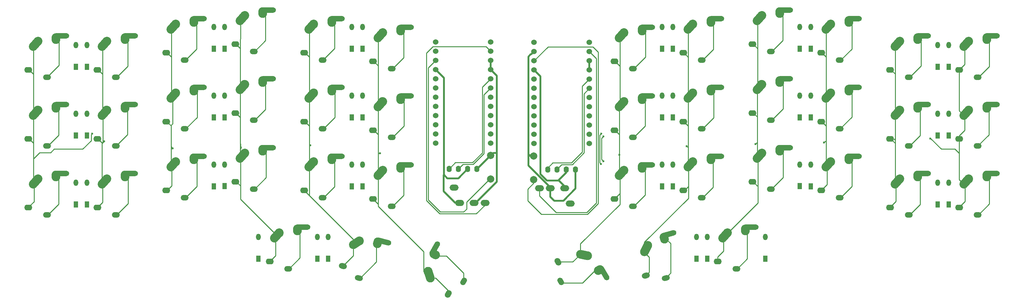
<source format=gbr>
%TF.GenerationSoftware,KiCad,Pcbnew,8.0.3*%
%TF.CreationDate,2024-08-02T01:13:42+01:00*%
%TF.ProjectId,corne-light,636f726e-652d-46c6-9967-68742e6b6963,2.0*%
%TF.SameCoordinates,Original*%
%TF.FileFunction,Copper,L1,Top*%
%TF.FilePolarity,Positive*%
%FSLAX46Y46*%
G04 Gerber Fmt 4.6, Leading zero omitted, Abs format (unit mm)*
G04 Created by KiCad (PCBNEW 8.0.3) date 2024-08-02 01:13:42*
%MOMM*%
%LPD*%
G01*
G04 APERTURE LIST*
G04 Aperture macros list*
%AMHorizOval*
0 Thick line with rounded ends*
0 $1 width*
0 $2 $3 position (X,Y) of the first rounded end (center of the circle)*
0 $4 $5 position (X,Y) of the second rounded end (center of the circle)*
0 Add line between two ends*
20,1,$1,$2,$3,$4,$5,0*
0 Add two circle primitives to create the rounded ends*
1,1,$1,$2,$3*
1,1,$1,$4,$5*%
G04 Aperture macros list end*
%TA.AperFunction,ComponentPad*%
%ADD10O,1.300000X1.778000*%
%TD*%
%TA.AperFunction,ComponentPad*%
%ADD11R,1.300000X1.778000*%
%TD*%
%TA.AperFunction,ComponentPad*%
%ADD12O,1.397000X1.778000*%
%TD*%
%TA.AperFunction,ComponentPad*%
%ADD13O,2.500000X1.700000*%
%TD*%
%TA.AperFunction,ComponentPad*%
%ADD14C,2.000000*%
%TD*%
%TA.AperFunction,ComponentPad*%
%ADD15HorizOval,2.400000X-0.978148X0.207912X0.978148X-0.207912X0*%
%TD*%
%TA.AperFunction,ComponentPad*%
%ADD16HorizOval,2.400000X-0.238157X-0.137500X0.238157X0.137500X0*%
%TD*%
%TA.AperFunction,ComponentPad*%
%ADD17C,2.400000*%
%TD*%
%TA.AperFunction,ComponentPad*%
%ADD18HorizOval,1.500000X0.735931X-1.249362X-0.735931X1.249362X0*%
%TD*%
%TA.AperFunction,ComponentPad*%
%ADD19HorizOval,1.600000X0.150000X-0.259808X-0.150000X0.259808X0*%
%TD*%
%TA.AperFunction,ComponentPad*%
%ADD20HorizOval,1.500000X0.175000X-0.303109X-0.175000X0.303109X0*%
%TD*%
%TA.AperFunction,ComponentPad*%
%ADD21HorizOval,2.400000X-0.309017X0.951057X0.309017X-0.951057X0*%
%TD*%
%TA.AperFunction,ComponentPad*%
%ADD22HorizOval,2.400000X-0.238157X0.137500X0.238157X-0.137500X0*%
%TD*%
%TA.AperFunction,ComponentPad*%
%ADD23HorizOval,1.500000X0.714014X1.262016X-0.714014X-1.262016X0*%
%TD*%
%TA.AperFunction,ComponentPad*%
%ADD24HorizOval,1.600000X0.150000X0.259808X-0.150000X-0.259808X0*%
%TD*%
%TA.AperFunction,ComponentPad*%
%ADD25HorizOval,1.500000X0.175000X0.303109X-0.175000X-0.303109X0*%
%TD*%
%TA.AperFunction,ComponentPad*%
%ADD26HorizOval,2.400000X-0.669131X-0.743145X0.669131X0.743145X0*%
%TD*%
%TA.AperFunction,ComponentPad*%
%ADD27O,2.400000X2.950000*%
%TD*%
%TA.AperFunction,ComponentPad*%
%ADD28HorizOval,1.500000X1.449945X0.012653X-1.449945X-0.012653X0*%
%TD*%
%TA.AperFunction,ComponentPad*%
%ADD29O,2.200000X1.600000*%
%TD*%
%TA.AperFunction,ComponentPad*%
%ADD30O,2.200000X1.500000*%
%TD*%
%TA.AperFunction,ComponentPad*%
%ADD31HorizOval,2.400000X-0.453990X-0.891007X0.453990X0.891007X0*%
%TD*%
%TA.AperFunction,ComponentPad*%
%ADD32HorizOval,2.400000X-0.071175X0.265630X0.071175X-0.265630X0*%
%TD*%
%TA.AperFunction,ComponentPad*%
%ADD33HorizOval,1.500000X1.397264X0.387496X-1.397264X-0.387496X0*%
%TD*%
%TA.AperFunction,ComponentPad*%
%ADD34HorizOval,1.600000X0.289778X0.077646X-0.289778X-0.077646X0*%
%TD*%
%TA.AperFunction,ComponentPad*%
%ADD35HorizOval,1.500000X0.338074X0.090587X-0.338074X-0.090587X0*%
%TD*%
%TA.AperFunction,ComponentPad*%
%ADD36HorizOval,2.400000X-0.838671X-0.544639X0.838671X0.544639X0*%
%TD*%
%TA.AperFunction,ComponentPad*%
%ADD37HorizOval,2.400000X-0.071175X-0.265630X0.071175X0.265630X0*%
%TD*%
%TA.AperFunction,ComponentPad*%
%ADD38HorizOval,1.500000X1.403814X-0.363051X-1.403814X0.363051X0*%
%TD*%
%TA.AperFunction,ComponentPad*%
%ADD39HorizOval,1.600000X0.289778X-0.077646X-0.289778X0.077646X0*%
%TD*%
%TA.AperFunction,ComponentPad*%
%ADD40HorizOval,1.500000X0.338074X-0.090587X-0.338074X0.090587X0*%
%TD*%
%TA.AperFunction,ComponentPad*%
%ADD41C,1.524000*%
%TD*%
%TA.AperFunction,ViaPad*%
%ADD42C,0.600000*%
%TD*%
%TA.AperFunction,Conductor*%
%ADD43C,0.254000*%
%TD*%
%TA.AperFunction,Conductor*%
%ADD44C,0.250000*%
%TD*%
%TA.AperFunction,Conductor*%
%ADD45C,0.508000*%
%TD*%
%TA.AperFunction,Conductor*%
%ADD46C,0.500000*%
%TD*%
G04 APERTURE END LIST*
D10*
%TO.P,D13,2*%
%TO.N,Net-(D13-Pad2)*%
X-44652000Y10768625D03*
D11*
%TO.P,D13,1*%
%TO.N,row2*%
X-44652000Y4768625D03*
%TD*%
D10*
%TO.P,D14,2*%
%TO.N,Net-(D14-Pad2)*%
X-41652000Y10765500D03*
D11*
%TO.P,D14,1*%
%TO.N,row2*%
X-41652000Y4765500D03*
%TD*%
D10*
%TO.P,D34,2*%
%TO.N,Net-(D34-Pad2)*%
X195845347Y10765068D03*
D11*
%TO.P,D34,1*%
%TO.N,row2_r*%
X195845347Y4765068D03*
%TD*%
D10*
%TO.P,D12,2*%
%TO.N,Net-(D12-Pad2)*%
X34348000Y34765500D03*
D11*
%TO.P,D12,1*%
%TO.N,row1*%
X34348000Y28765500D03*
%TD*%
D10*
%TO.P,D33,2*%
%TO.N,Net-(D33-Pad2)*%
X116845347Y34765068D03*
D11*
%TO.P,D33,1*%
%TO.N,row1_r*%
X116845347Y28765068D03*
%TD*%
D10*
%TO.P,D32,2*%
%TO.N,Net-(D32-Pad2)*%
X119845347Y34765068D03*
D11*
%TO.P,D32,1*%
%TO.N,row1_r*%
X119845347Y28765068D03*
%TD*%
D10*
%TO.P,D31,2*%
%TO.N,Net-(D31-Pad2)*%
X154845347Y34770068D03*
D11*
%TO.P,D31,1*%
%TO.N,row1_r*%
X154845347Y28770068D03*
%TD*%
D10*
%TO.P,D30,2*%
%TO.N,Net-(D30-Pad2)*%
X157845347Y34765068D03*
D11*
%TO.P,D30,1*%
%TO.N,row1_r*%
X157845347Y28765068D03*
%TD*%
D10*
%TO.P,D29,2*%
%TO.N,Net-(D29-Pad2)*%
X192845347Y29765068D03*
D11*
%TO.P,D29,1*%
%TO.N,row1_r*%
X192845347Y23765068D03*
%TD*%
D10*
%TO.P,D28,2*%
%TO.N,Net-(D28-Pad2)*%
X195845347Y29765068D03*
D11*
%TO.P,D28,1*%
%TO.N,row1_r*%
X195845347Y23765068D03*
%TD*%
D10*
%TO.P,D27,2*%
%TO.N,Net-(D27-Pad2)*%
X116845347Y53765068D03*
D11*
%TO.P,D27,1*%
%TO.N,row0_r*%
X116845347Y47765068D03*
%TD*%
D10*
%TO.P,D26,2*%
%TO.N,Net-(D26-Pad2)*%
X119845347Y53765068D03*
D11*
%TO.P,D26,1*%
%TO.N,row0_r*%
X119845347Y47765068D03*
%TD*%
D10*
%TO.P,D25,2*%
%TO.N,Net-(D25-Pad2)*%
X154845347Y53770068D03*
D11*
%TO.P,D25,1*%
%TO.N,row0_r*%
X154845347Y47770068D03*
%TD*%
D10*
%TO.P,D24,2*%
%TO.N,Net-(D24-Pad2)*%
X157845347Y53765068D03*
D11*
%TO.P,D24,1*%
%TO.N,row0_r*%
X157845347Y47765068D03*
%TD*%
D10*
%TO.P,D23,2*%
%TO.N,Net-(D23-Pad2)*%
X192845347Y48765068D03*
D11*
%TO.P,D23,1*%
%TO.N,row0_r*%
X192845347Y42765068D03*
%TD*%
D10*
%TO.P,D22,2*%
%TO.N,Net-(D22-Pad2)*%
X195845347Y48765068D03*
D11*
%TO.P,D22,1*%
%TO.N,row0_r*%
X195845347Y42765068D03*
%TD*%
D10*
%TO.P,D42,2*%
%TO.N,Net-(D42-Pad2)*%
X126355347Y-4229932D03*
D11*
%TO.P,D42,1*%
%TO.N,row3_r*%
X126355347Y-10229932D03*
%TD*%
D10*
%TO.P,D41,2*%
%TO.N,Net-(D41-Pad2)*%
X129355347Y-4229932D03*
D11*
%TO.P,D41,1*%
%TO.N,row3_r*%
X129355347Y-10229932D03*
%TD*%
D10*
%TO.P,D40,2*%
%TO.N,Net-(D40-Pad2)*%
X145345347Y-4244932D03*
D11*
%TO.P,D40,1*%
%TO.N,row3_r*%
X145345347Y-10244932D03*
%TD*%
D10*
%TO.P,D39,2*%
%TO.N,Net-(D39-Pad2)*%
X116845347Y15765068D03*
D11*
%TO.P,D39,1*%
%TO.N,row2_r*%
X116845347Y9765068D03*
%TD*%
D10*
%TO.P,D38,2*%
%TO.N,Net-(D38-Pad2)*%
X119845347Y15765068D03*
D11*
%TO.P,D38,1*%
%TO.N,row2_r*%
X119845347Y9765068D03*
%TD*%
D10*
%TO.P,D37,2*%
%TO.N,Net-(D37-Pad2)*%
X154845347Y15770068D03*
D11*
%TO.P,D37,1*%
%TO.N,row2_r*%
X154845347Y9770068D03*
%TD*%
D10*
%TO.P,D36,2*%
%TO.N,Net-(D36-Pad2)*%
X157845347Y15765068D03*
D11*
%TO.P,D36,1*%
%TO.N,row2_r*%
X157845347Y9765068D03*
%TD*%
D10*
%TO.P,D35,2*%
%TO.N,Net-(D35-Pad2)*%
X192845347Y10765068D03*
D11*
%TO.P,D35,1*%
%TO.N,row2_r*%
X192845347Y4765068D03*
%TD*%
D10*
%TO.P,D1,2*%
%TO.N,Net-(D1-Pad2)*%
X-44652000Y48768625D03*
D11*
%TO.P,D1,1*%
%TO.N,row0*%
X-44652000Y42768625D03*
%TD*%
D10*
%TO.P,D2,2*%
%TO.N,Net-(D2-Pad2)*%
X-41652000Y48765500D03*
D11*
%TO.P,D2,1*%
%TO.N,row0*%
X-41652000Y42765500D03*
%TD*%
D10*
%TO.P,D3,2*%
%TO.N,Net-(D3-Pad2)*%
X-6652000Y53765500D03*
D11*
%TO.P,D3,1*%
%TO.N,row0*%
X-6652000Y47765500D03*
%TD*%
D10*
%TO.P,D4,2*%
%TO.N,Net-(D4-Pad2)*%
X-3652000Y53770500D03*
D11*
%TO.P,D4,1*%
%TO.N,row0*%
X-3652000Y47770500D03*
%TD*%
D10*
%TO.P,D5,2*%
%TO.N,Net-(D5-Pad2)*%
X31348000Y53765500D03*
D11*
%TO.P,D5,1*%
%TO.N,row0*%
X31348000Y47765500D03*
%TD*%
D10*
%TO.P,D6,2*%
%TO.N,Net-(D6-Pad2)*%
X34348000Y53765500D03*
D11*
%TO.P,D6,1*%
%TO.N,row0*%
X34348000Y47765500D03*
%TD*%
D10*
%TO.P,D7,2*%
%TO.N,Net-(D7-Pad2)*%
X-44652000Y29768625D03*
D11*
%TO.P,D7,1*%
%TO.N,row1*%
X-44652000Y23768625D03*
%TD*%
D10*
%TO.P,D8,2*%
%TO.N,Net-(D8-Pad2)*%
X-41652000Y29765500D03*
D11*
%TO.P,D8,1*%
%TO.N,row1*%
X-41652000Y23765500D03*
%TD*%
D10*
%TO.P,D9,2*%
%TO.N,Net-(D9-Pad2)*%
X-6652000Y34765500D03*
D11*
%TO.P,D9,1*%
%TO.N,row1*%
X-6652000Y28765500D03*
%TD*%
D10*
%TO.P,D10,2*%
%TO.N,Net-(D10-Pad2)*%
X-3652000Y34770500D03*
D11*
%TO.P,D10,1*%
%TO.N,row1*%
X-3652000Y28770500D03*
%TD*%
D10*
%TO.P,D11,2*%
%TO.N,Net-(D11-Pad2)*%
X31348000Y34765500D03*
D11*
%TO.P,D11,1*%
%TO.N,row1*%
X31348000Y28765500D03*
%TD*%
D10*
%TO.P,D15,2*%
%TO.N,Net-(D15-Pad2)*%
X-6652000Y15765500D03*
D11*
%TO.P,D15,1*%
%TO.N,row2*%
X-6652000Y9765500D03*
%TD*%
D10*
%TO.P,D16,2*%
%TO.N,Net-(D16-Pad2)*%
X-3652000Y15770500D03*
D11*
%TO.P,D16,1*%
%TO.N,row2*%
X-3652000Y9770500D03*
%TD*%
D10*
%TO.P,D17,2*%
%TO.N,Net-(D17-Pad2)*%
X31348000Y15765500D03*
D11*
%TO.P,D17,1*%
%TO.N,row2*%
X31348000Y9765500D03*
%TD*%
D10*
%TO.P,D18,2*%
%TO.N,Net-(D18-Pad2)*%
X34348000Y15765500D03*
D11*
%TO.P,D18,1*%
%TO.N,row2*%
X34348000Y9765500D03*
%TD*%
D10*
%TO.P,D19,2*%
%TO.N,Net-(D19-Pad2)*%
X5668000Y-4224500D03*
D11*
%TO.P,D19,1*%
%TO.N,row3*%
X5668000Y-10224500D03*
%TD*%
D10*
%TO.P,D20,2*%
%TO.N,Net-(D20-Pad2)*%
X21848000Y-4219500D03*
D11*
%TO.P,D20,1*%
%TO.N,row3*%
X21848000Y-10219500D03*
%TD*%
D10*
%TO.P,D21,2*%
%TO.N,Net-(D21-Pad2)*%
X24848000Y-4219500D03*
D11*
%TO.P,D21,1*%
%TO.N,row3*%
X24848000Y-10219500D03*
%TD*%
D12*
%TO.P,J7,4*%
%TO.N,GNDA*%
X93038000Y14375500D03*
%TO.P,J7,3*%
%TO.N,VDD*%
X90498000Y14375500D03*
%TO.P,J7,2*%
%TO.N,SCL_r*%
X87958000Y14375500D03*
%TO.P,J7,1*%
%TO.N,SDA_r*%
X85418000Y14375500D03*
%TD*%
%TO.P,J2,4*%
%TO.N,GND*%
X65809000Y14517500D03*
%TO.P,J2,3*%
%TO.N,VCC*%
X63269000Y14517500D03*
%TO.P,J2,2*%
%TO.N,SCL*%
X60729000Y14517500D03*
%TO.P,J2,1*%
%TO.N,SDA*%
X58189000Y14517500D03*
%TD*%
D13*
%TO.P,J6,A*%
%TO.N,Net-(J6-PadA)*%
X91568347Y5020068D03*
%TO.P,J6,D*%
%TO.N,VDD*%
X90068347Y9220068D03*
%TO.P,J6,C*%
%TO.N,GNDA*%
X86068347Y9220068D03*
%TO.P,J6,B*%
%TO.N,data_r*%
X83068347Y9220068D03*
%TD*%
%TO.P,J1,A*%
%TO.N,Net-(J1-PadA)*%
X59575000Y9353500D03*
%TO.P,J1,D*%
%TO.N,VCC*%
X61075000Y5153500D03*
%TO.P,J1,C*%
%TO.N,GND*%
X65075000Y5153500D03*
%TO.P,J1,B*%
%TO.N,data*%
X68075000Y5153500D03*
%TD*%
D14*
%TO.P,RSW2,2*%
%TO.N,GNDA*%
X81535347Y18118068D03*
%TO.P,RSW2,1*%
%TO.N,reset_r*%
X81535347Y11618068D03*
%TD*%
%TO.P,RSW1,2*%
%TO.N,GND*%
X69665000Y18264500D03*
%TO.P,RSW1,1*%
%TO.N,reset*%
X69665000Y11764500D03*
%TD*%
D15*
%TO.P,SW42,1*%
%TO.N,col5_r*%
X95381860Y-9251947D03*
D16*
%TO.P,SW42,2*%
%TO.N,Net-(D42-Pad2)*%
X99502269Y-13374996D03*
D17*
%TO.P,SW42,1*%
%TO.N,col5_r*%
X96309449Y-9444868D03*
D18*
%TO.P,SW42,2*%
%TO.N,Net-(D42-Pad2)*%
X100843496Y-14217267D03*
D19*
%TO.P,SW42,1*%
%TO.N,col5_r*%
X88167848Y-11143202D03*
D20*
%TO.P,SW42,2*%
%TO.N,Net-(D42-Pad2)*%
X88985797Y-16559932D03*
%TD*%
D21*
%TO.P,SW21,1*%
%TO.N,col5*%
X52680618Y-14674340D03*
D22*
%TO.P,SW21,2*%
%TO.N,Net-(D21-Pad2)*%
X54191078Y-9044436D03*
D17*
%TO.P,SW21,1*%
%TO.N,col5*%
X52383898Y-13774564D03*
D23*
%TO.P,SW21,2*%
%TO.N,Net-(D21-Pad2)*%
X54249893Y-7461764D03*
D24*
%TO.P,SW21,1*%
%TO.N,col5*%
X57925499Y-19976230D03*
D25*
%TO.P,SW21,2*%
%TO.N,Net-(D21-Pad2)*%
X62207550Y-16559500D03*
%TD*%
D26*
%TO.P,SW18,1*%
%TO.N,col5*%
X39217131Y13433645D03*
D27*
%TO.P,SW18,2*%
%TO.N,Net-(D18-Pad2)*%
X44848000Y14940500D03*
D17*
%TO.P,SW18,1*%
%TO.N,col5*%
X39848000Y14140500D03*
D28*
%TO.P,SW18,2*%
%TO.N,Net-(D18-Pad2)*%
X46248042Y15680901D03*
D29*
%TO.P,SW18,1*%
%TO.N,col5*%
X37248000Y6240500D03*
D30*
%TO.P,SW18,2*%
%TO.N,Net-(D18-Pad2)*%
X42348000Y4240500D03*
%TD*%
D26*
%TO.P,SW32,1*%
%TO.N,col4_r*%
X124714478Y34808213D03*
D27*
%TO.P,SW32,2*%
%TO.N,Net-(D32-Pad2)*%
X130345347Y36315068D03*
D17*
%TO.P,SW32,1*%
%TO.N,col4_r*%
X125345347Y35515068D03*
D28*
%TO.P,SW32,2*%
%TO.N,Net-(D32-Pad2)*%
X131745389Y37055469D03*
D29*
%TO.P,SW32,1*%
%TO.N,col4_r*%
X122745347Y27615068D03*
D30*
%TO.P,SW32,2*%
%TO.N,Net-(D32-Pad2)*%
X127845347Y25615068D03*
%TD*%
D26*
%TO.P,SW11,1*%
%TO.N,col4*%
X20217131Y34808645D03*
D27*
%TO.P,SW11,2*%
%TO.N,Net-(D11-Pad2)*%
X25848000Y36315500D03*
D17*
%TO.P,SW11,1*%
%TO.N,col4*%
X20848000Y35515500D03*
D28*
%TO.P,SW11,2*%
%TO.N,Net-(D11-Pad2)*%
X27248042Y37055901D03*
D29*
%TO.P,SW11,1*%
%TO.N,col4*%
X18248000Y27615500D03*
D30*
%TO.P,SW11,2*%
%TO.N,Net-(D11-Pad2)*%
X23348000Y25615500D03*
%TD*%
D26*
%TO.P,SW33,1*%
%TO.N,col5_r*%
X105714478Y32433213D03*
D27*
%TO.P,SW33,2*%
%TO.N,Net-(D33-Pad2)*%
X111345347Y33940068D03*
D17*
%TO.P,SW33,1*%
%TO.N,col5_r*%
X106345347Y33140068D03*
D28*
%TO.P,SW33,2*%
%TO.N,Net-(D33-Pad2)*%
X112745389Y34680469D03*
D29*
%TO.P,SW33,1*%
%TO.N,col5_r*%
X103745347Y25240068D03*
D30*
%TO.P,SW33,2*%
%TO.N,Net-(D33-Pad2)*%
X108845347Y23240068D03*
%TD*%
D31*
%TO.P,SW41,1*%
%TO.N,col4_r*%
X112468830Y-7489327D03*
D32*
%TO.P,SW41,2*%
%TO.N,Net-(D41-Pad2)*%
X117517830Y-4576440D03*
D17*
%TO.P,SW41,1*%
%TO.N,col4_r*%
X112895256Y-6643276D03*
D33*
%TO.P,SW41,2*%
%TO.N,Net-(D41-Pad2)*%
X118678537Y-3498910D03*
D34*
%TO.P,SW41,1*%
%TO.N,col4_r*%
X112428520Y-14947020D03*
D35*
%TO.P,SW41,2*%
%TO.N,Net-(D41-Pad2)*%
X117872379Y-15558894D03*
%TD*%
D26*
%TO.P,SW8,1*%
%TO.N,col1*%
X-36782869Y30058645D03*
D27*
%TO.P,SW8,2*%
%TO.N,Net-(D8-Pad2)*%
X-31152000Y31565500D03*
D17*
%TO.P,SW8,1*%
%TO.N,col1*%
X-36152000Y30765500D03*
D28*
%TO.P,SW8,2*%
%TO.N,Net-(D8-Pad2)*%
X-29751958Y32305901D03*
D29*
%TO.P,SW8,1*%
%TO.N,col1*%
X-38752000Y22865500D03*
D30*
%TO.P,SW8,2*%
%TO.N,Net-(D8-Pad2)*%
X-33652000Y20865500D03*
%TD*%
D26*
%TO.P,SW7,1*%
%TO.N,col0*%
X-55782869Y30058645D03*
D27*
%TO.P,SW7,2*%
%TO.N,Net-(D7-Pad2)*%
X-50152000Y31565500D03*
D17*
%TO.P,SW7,1*%
%TO.N,col0*%
X-55152000Y30765500D03*
D28*
%TO.P,SW7,2*%
%TO.N,Net-(D7-Pad2)*%
X-48751958Y32305901D03*
D29*
%TO.P,SW7,1*%
%TO.N,col0*%
X-57752000Y22865500D03*
D30*
%TO.P,SW7,2*%
%TO.N,Net-(D7-Pad2)*%
X-52652000Y20865500D03*
%TD*%
D26*
%TO.P,SW1,1*%
%TO.N,col0*%
X-55782869Y49058645D03*
D27*
%TO.P,SW1,2*%
%TO.N,Net-(D1-Pad2)*%
X-50152000Y50565500D03*
D17*
%TO.P,SW1,1*%
%TO.N,col0*%
X-55152000Y49765500D03*
D28*
%TO.P,SW1,2*%
%TO.N,Net-(D1-Pad2)*%
X-48751958Y51305901D03*
D29*
%TO.P,SW1,1*%
%TO.N,col0*%
X-57752000Y41865500D03*
D30*
%TO.P,SW1,2*%
%TO.N,Net-(D1-Pad2)*%
X-52652000Y39865500D03*
%TD*%
D26*
%TO.P,SW2,1*%
%TO.N,col1*%
X-36782869Y49058645D03*
D27*
%TO.P,SW2,2*%
%TO.N,Net-(D2-Pad2)*%
X-31152000Y50565500D03*
D17*
%TO.P,SW2,1*%
%TO.N,col1*%
X-36152000Y49765500D03*
D28*
%TO.P,SW2,2*%
%TO.N,Net-(D2-Pad2)*%
X-29751958Y51305901D03*
D29*
%TO.P,SW2,1*%
%TO.N,col1*%
X-38752000Y41865500D03*
D30*
%TO.P,SW2,2*%
%TO.N,Net-(D2-Pad2)*%
X-33652000Y39865500D03*
%TD*%
D26*
%TO.P,SW37,1*%
%TO.N,col3_r*%
X143714478Y18183213D03*
D27*
%TO.P,SW37,2*%
%TO.N,Net-(D37-Pad2)*%
X149345347Y19690068D03*
D17*
%TO.P,SW37,1*%
%TO.N,col3_r*%
X144345347Y18890068D03*
D28*
%TO.P,SW37,2*%
%TO.N,Net-(D37-Pad2)*%
X150745389Y20430469D03*
D29*
%TO.P,SW37,1*%
%TO.N,col3_r*%
X141745347Y10990068D03*
D30*
%TO.P,SW37,2*%
%TO.N,Net-(D37-Pad2)*%
X146845347Y8990068D03*
%TD*%
D26*
%TO.P,SW9,1*%
%TO.N,col2*%
X-17782869Y34808645D03*
D27*
%TO.P,SW9,2*%
%TO.N,Net-(D9-Pad2)*%
X-12152000Y36315500D03*
D17*
%TO.P,SW9,1*%
%TO.N,col2*%
X-17152000Y35515500D03*
D28*
%TO.P,SW9,2*%
%TO.N,Net-(D9-Pad2)*%
X-10751958Y37055901D03*
D29*
%TO.P,SW9,1*%
%TO.N,col2*%
X-19752000Y27615500D03*
D30*
%TO.P,SW9,2*%
%TO.N,Net-(D9-Pad2)*%
X-14652000Y25615500D03*
%TD*%
D26*
%TO.P,SW26,1*%
%TO.N,col4_r*%
X124714478Y53808213D03*
D27*
%TO.P,SW26,2*%
%TO.N,Net-(D26-Pad2)*%
X130345347Y55315068D03*
D17*
%TO.P,SW26,1*%
%TO.N,col4_r*%
X125345347Y54515068D03*
D28*
%TO.P,SW26,2*%
%TO.N,Net-(D26-Pad2)*%
X131745389Y56055469D03*
D29*
%TO.P,SW26,1*%
%TO.N,col4_r*%
X122745347Y46615068D03*
D30*
%TO.P,SW26,2*%
%TO.N,Net-(D26-Pad2)*%
X127845347Y44615068D03*
%TD*%
D26*
%TO.P,SW3,1*%
%TO.N,col2*%
X-17782869Y53808645D03*
D27*
%TO.P,SW3,2*%
%TO.N,Net-(D3-Pad2)*%
X-12152000Y55315500D03*
D17*
%TO.P,SW3,1*%
%TO.N,col2*%
X-17152000Y54515500D03*
D28*
%TO.P,SW3,2*%
%TO.N,Net-(D3-Pad2)*%
X-10751958Y56055901D03*
D29*
%TO.P,SW3,1*%
%TO.N,col2*%
X-19752000Y46615500D03*
D30*
%TO.P,SW3,2*%
%TO.N,Net-(D3-Pad2)*%
X-14652000Y44615500D03*
%TD*%
D26*
%TO.P,SW14,1*%
%TO.N,col1*%
X-36782869Y11058645D03*
D27*
%TO.P,SW14,2*%
%TO.N,Net-(D14-Pad2)*%
X-31152000Y12565500D03*
D17*
%TO.P,SW14,1*%
%TO.N,col1*%
X-36152000Y11765500D03*
D28*
%TO.P,SW14,2*%
%TO.N,Net-(D14-Pad2)*%
X-29751958Y13305901D03*
D29*
%TO.P,SW14,1*%
%TO.N,col1*%
X-38752000Y3865500D03*
D30*
%TO.P,SW14,2*%
%TO.N,Net-(D14-Pad2)*%
X-33652000Y1865500D03*
%TD*%
D26*
%TO.P,SW27,1*%
%TO.N,col5_r*%
X105714478Y51433213D03*
D27*
%TO.P,SW27,2*%
%TO.N,Net-(D27-Pad2)*%
X111345347Y52940068D03*
D17*
%TO.P,SW27,1*%
%TO.N,col5_r*%
X106345347Y52140068D03*
D28*
%TO.P,SW27,2*%
%TO.N,Net-(D27-Pad2)*%
X112745389Y53680469D03*
D29*
%TO.P,SW27,1*%
%TO.N,col5_r*%
X103745347Y44240068D03*
D30*
%TO.P,SW27,2*%
%TO.N,Net-(D27-Pad2)*%
X108845347Y42240068D03*
%TD*%
D26*
%TO.P,SW12,1*%
%TO.N,col5*%
X39217131Y32433645D03*
D27*
%TO.P,SW12,2*%
%TO.N,Net-(D12-Pad2)*%
X44848000Y33940500D03*
D17*
%TO.P,SW12,1*%
%TO.N,col5*%
X39848000Y33140500D03*
D28*
%TO.P,SW12,2*%
%TO.N,Net-(D12-Pad2)*%
X46248042Y34680901D03*
D29*
%TO.P,SW12,1*%
%TO.N,col5*%
X37248000Y25240500D03*
D30*
%TO.P,SW12,2*%
%TO.N,Net-(D12-Pad2)*%
X42348000Y23240500D03*
%TD*%
D36*
%TO.P,SW20,1*%
%TO.N,col4*%
X32676141Y-5868238D03*
D37*
%TO.P,SW20,2*%
%TO.N,Net-(D20-Pad2)*%
X38505146Y-5870104D03*
D17*
%TO.P,SW20,1*%
%TO.N,col4*%
X33468462Y-5348749D03*
D38*
%TO.P,SW20,2*%
%TO.N,Net-(D20-Pad2)*%
X40049113Y-5517289D03*
D39*
%TO.P,SW20,1*%
%TO.N,col4*%
X28912384Y-12306634D03*
D40*
%TO.P,SW20,2*%
%TO.N,Net-(D20-Pad2)*%
X33320968Y-15558462D03*
%TD*%
D26*
%TO.P,SW10,1*%
%TO.N,col3*%
X1217131Y37183645D03*
D27*
%TO.P,SW10,2*%
%TO.N,Net-(D10-Pad2)*%
X6848000Y38690500D03*
D17*
%TO.P,SW10,1*%
%TO.N,col3*%
X1848000Y37890500D03*
D28*
%TO.P,SW10,2*%
%TO.N,Net-(D10-Pad2)*%
X8248042Y39430901D03*
D29*
%TO.P,SW10,1*%
%TO.N,col3*%
X-752000Y29990500D03*
D30*
%TO.P,SW10,2*%
%TO.N,Net-(D10-Pad2)*%
X4348000Y27990500D03*
%TD*%
D26*
%TO.P,SW15,1*%
%TO.N,col2*%
X-17782869Y15808645D03*
D27*
%TO.P,SW15,2*%
%TO.N,Net-(D15-Pad2)*%
X-12152000Y17315500D03*
D17*
%TO.P,SW15,1*%
%TO.N,col2*%
X-17152000Y16515500D03*
D28*
%TO.P,SW15,2*%
%TO.N,Net-(D15-Pad2)*%
X-10751958Y18055901D03*
D29*
%TO.P,SW15,1*%
%TO.N,col2*%
X-19752000Y8615500D03*
D30*
%TO.P,SW15,2*%
%TO.N,Net-(D15-Pad2)*%
X-14652000Y6615500D03*
%TD*%
D26*
%TO.P,SW16,1*%
%TO.N,col3*%
X1217131Y18183645D03*
D27*
%TO.P,SW16,2*%
%TO.N,Net-(D16-Pad2)*%
X6848000Y19690500D03*
D17*
%TO.P,SW16,1*%
%TO.N,col3*%
X1848000Y18890500D03*
D28*
%TO.P,SW16,2*%
%TO.N,Net-(D16-Pad2)*%
X8248042Y20430901D03*
D29*
%TO.P,SW16,1*%
%TO.N,col3*%
X-752000Y10990500D03*
D30*
%TO.P,SW16,2*%
%TO.N,Net-(D16-Pad2)*%
X4348000Y8990500D03*
%TD*%
D26*
%TO.P,SW17,1*%
%TO.N,col4*%
X20217131Y15808645D03*
D27*
%TO.P,SW17,2*%
%TO.N,Net-(D17-Pad2)*%
X25848000Y17315500D03*
D17*
%TO.P,SW17,1*%
%TO.N,col4*%
X20848000Y16515500D03*
D28*
%TO.P,SW17,2*%
%TO.N,Net-(D17-Pad2)*%
X27248042Y18055901D03*
D29*
%TO.P,SW17,1*%
%TO.N,col4*%
X18248000Y8615500D03*
D30*
%TO.P,SW17,2*%
%TO.N,Net-(D17-Pad2)*%
X23348000Y6615500D03*
%TD*%
D26*
%TO.P,SW19,1*%
%TO.N,col3*%
X10717131Y-3816355D03*
D27*
%TO.P,SW19,2*%
%TO.N,Net-(D19-Pad2)*%
X16348000Y-2309500D03*
D17*
%TO.P,SW19,1*%
%TO.N,col3*%
X11348000Y-3109500D03*
D28*
%TO.P,SW19,2*%
%TO.N,Net-(D19-Pad2)*%
X17748042Y-1569099D03*
D29*
%TO.P,SW19,1*%
%TO.N,col3*%
X8748000Y-11009500D03*
D30*
%TO.P,SW19,2*%
%TO.N,Net-(D19-Pad2)*%
X13848000Y-13009500D03*
%TD*%
D26*
%TO.P,SW13,1*%
%TO.N,col0*%
X-55782869Y11058645D03*
D27*
%TO.P,SW13,2*%
%TO.N,Net-(D13-Pad2)*%
X-50152000Y12565500D03*
D17*
%TO.P,SW13,1*%
%TO.N,col0*%
X-55152000Y11765500D03*
D28*
%TO.P,SW13,2*%
%TO.N,Net-(D13-Pad2)*%
X-48751958Y13305901D03*
D29*
%TO.P,SW13,1*%
%TO.N,col0*%
X-57752000Y3865500D03*
D30*
%TO.P,SW13,2*%
%TO.N,Net-(D13-Pad2)*%
X-52652000Y1865500D03*
%TD*%
D26*
%TO.P,SW39,1*%
%TO.N,col5_r*%
X105714478Y13433213D03*
D27*
%TO.P,SW39,2*%
%TO.N,Net-(D39-Pad2)*%
X111345347Y14940068D03*
D17*
%TO.P,SW39,1*%
%TO.N,col5_r*%
X106345347Y14140068D03*
D28*
%TO.P,SW39,2*%
%TO.N,Net-(D39-Pad2)*%
X112745389Y15680469D03*
D29*
%TO.P,SW39,1*%
%TO.N,col5_r*%
X103745347Y6240068D03*
D30*
%TO.P,SW39,2*%
%TO.N,Net-(D39-Pad2)*%
X108845347Y4240068D03*
%TD*%
D26*
%TO.P,SW28,1*%
%TO.N,col0_r*%
X200714478Y30058213D03*
D27*
%TO.P,SW28,2*%
%TO.N,Net-(D28-Pad2)*%
X206345347Y31565068D03*
D17*
%TO.P,SW28,1*%
%TO.N,col0_r*%
X201345347Y30765068D03*
D28*
%TO.P,SW28,2*%
%TO.N,Net-(D28-Pad2)*%
X207745389Y32305469D03*
D29*
%TO.P,SW28,1*%
%TO.N,col0_r*%
X198745347Y22865068D03*
D30*
%TO.P,SW28,2*%
%TO.N,Net-(D28-Pad2)*%
X203845347Y20865068D03*
%TD*%
D26*
%TO.P,SW23,1*%
%TO.N,col1_r*%
X181714478Y49058213D03*
D27*
%TO.P,SW23,2*%
%TO.N,Net-(D23-Pad2)*%
X187345347Y50565068D03*
D17*
%TO.P,SW23,1*%
%TO.N,col1_r*%
X182345347Y49765068D03*
D28*
%TO.P,SW23,2*%
%TO.N,Net-(D23-Pad2)*%
X188745389Y51305469D03*
D29*
%TO.P,SW23,1*%
%TO.N,col1_r*%
X179745347Y41865068D03*
D30*
%TO.P,SW23,2*%
%TO.N,Net-(D23-Pad2)*%
X184845347Y39865068D03*
%TD*%
D26*
%TO.P,SW40,1*%
%TO.N,col3_r*%
X134214478Y-3816787D03*
D27*
%TO.P,SW40,2*%
%TO.N,Net-(D40-Pad2)*%
X139845347Y-2309932D03*
D17*
%TO.P,SW40,1*%
%TO.N,col3_r*%
X134845347Y-3109932D03*
D28*
%TO.P,SW40,2*%
%TO.N,Net-(D40-Pad2)*%
X141245389Y-1569531D03*
D29*
%TO.P,SW40,1*%
%TO.N,col3_r*%
X132245347Y-11009932D03*
D30*
%TO.P,SW40,2*%
%TO.N,Net-(D40-Pad2)*%
X137345347Y-13009932D03*
%TD*%
D26*
%TO.P,SW38,1*%
%TO.N,col4_r*%
X124714478Y15808213D03*
D27*
%TO.P,SW38,2*%
%TO.N,Net-(D38-Pad2)*%
X130345347Y17315068D03*
D17*
%TO.P,SW38,1*%
%TO.N,col4_r*%
X125345347Y16515068D03*
D28*
%TO.P,SW38,2*%
%TO.N,Net-(D38-Pad2)*%
X131745389Y18055469D03*
D29*
%TO.P,SW38,1*%
%TO.N,col4_r*%
X122745347Y8615068D03*
D30*
%TO.P,SW38,2*%
%TO.N,Net-(D38-Pad2)*%
X127845347Y6615068D03*
%TD*%
D26*
%TO.P,SW36,1*%
%TO.N,col2_r*%
X162714478Y15808213D03*
D27*
%TO.P,SW36,2*%
%TO.N,Net-(D36-Pad2)*%
X168345347Y17315068D03*
D17*
%TO.P,SW36,1*%
%TO.N,col2_r*%
X163345347Y16515068D03*
D28*
%TO.P,SW36,2*%
%TO.N,Net-(D36-Pad2)*%
X169745389Y18055469D03*
D29*
%TO.P,SW36,1*%
%TO.N,col2_r*%
X160745347Y8615068D03*
D30*
%TO.P,SW36,2*%
%TO.N,Net-(D36-Pad2)*%
X165845347Y6615068D03*
%TD*%
D26*
%TO.P,SW35,1*%
%TO.N,col1_r*%
X181714478Y11058213D03*
D27*
%TO.P,SW35,2*%
%TO.N,Net-(D35-Pad2)*%
X187345347Y12565068D03*
D17*
%TO.P,SW35,1*%
%TO.N,col1_r*%
X182345347Y11765068D03*
D28*
%TO.P,SW35,2*%
%TO.N,Net-(D35-Pad2)*%
X188745389Y13305469D03*
D29*
%TO.P,SW35,1*%
%TO.N,col1_r*%
X179745347Y3865068D03*
D30*
%TO.P,SW35,2*%
%TO.N,Net-(D35-Pad2)*%
X184845347Y1865068D03*
%TD*%
D26*
%TO.P,SW34,1*%
%TO.N,col0_r*%
X200714478Y11058213D03*
D27*
%TO.P,SW34,2*%
%TO.N,Net-(D34-Pad2)*%
X206345347Y12565068D03*
D17*
%TO.P,SW34,1*%
%TO.N,col0_r*%
X201345347Y11765068D03*
D28*
%TO.P,SW34,2*%
%TO.N,Net-(D34-Pad2)*%
X207745389Y13305469D03*
D29*
%TO.P,SW34,1*%
%TO.N,col0_r*%
X198745347Y3865068D03*
D30*
%TO.P,SW34,2*%
%TO.N,Net-(D34-Pad2)*%
X203845347Y1865068D03*
%TD*%
D26*
%TO.P,SW31,1*%
%TO.N,col3_r*%
X143714478Y37183213D03*
D27*
%TO.P,SW31,2*%
%TO.N,Net-(D31-Pad2)*%
X149345347Y38690068D03*
D17*
%TO.P,SW31,1*%
%TO.N,col3_r*%
X144345347Y37890068D03*
D28*
%TO.P,SW31,2*%
%TO.N,Net-(D31-Pad2)*%
X150745389Y39430469D03*
D29*
%TO.P,SW31,1*%
%TO.N,col3_r*%
X141745347Y29990068D03*
D30*
%TO.P,SW31,2*%
%TO.N,Net-(D31-Pad2)*%
X146845347Y27990068D03*
%TD*%
D26*
%TO.P,SW30,1*%
%TO.N,col2_r*%
X162714478Y34808213D03*
D27*
%TO.P,SW30,2*%
%TO.N,Net-(D30-Pad2)*%
X168345347Y36315068D03*
D17*
%TO.P,SW30,1*%
%TO.N,col2_r*%
X163345347Y35515068D03*
D28*
%TO.P,SW30,2*%
%TO.N,Net-(D30-Pad2)*%
X169745389Y37055469D03*
D29*
%TO.P,SW30,1*%
%TO.N,col2_r*%
X160745347Y27615068D03*
D30*
%TO.P,SW30,2*%
%TO.N,Net-(D30-Pad2)*%
X165845347Y25615068D03*
%TD*%
D26*
%TO.P,SW29,1*%
%TO.N,col1_r*%
X181714478Y30058213D03*
D27*
%TO.P,SW29,2*%
%TO.N,Net-(D29-Pad2)*%
X187345347Y31565068D03*
D17*
%TO.P,SW29,1*%
%TO.N,col1_r*%
X182345347Y30765068D03*
D28*
%TO.P,SW29,2*%
%TO.N,Net-(D29-Pad2)*%
X188745389Y32305469D03*
D29*
%TO.P,SW29,1*%
%TO.N,col1_r*%
X179745347Y22865068D03*
D30*
%TO.P,SW29,2*%
%TO.N,Net-(D29-Pad2)*%
X184845347Y20865068D03*
%TD*%
D26*
%TO.P,SW25,1*%
%TO.N,col3_r*%
X143714478Y56183213D03*
D27*
%TO.P,SW25,2*%
%TO.N,Net-(D25-Pad2)*%
X149345347Y57690068D03*
D17*
%TO.P,SW25,1*%
%TO.N,col3_r*%
X144345347Y56890068D03*
D28*
%TO.P,SW25,2*%
%TO.N,Net-(D25-Pad2)*%
X150745389Y58430469D03*
D29*
%TO.P,SW25,1*%
%TO.N,col3_r*%
X141745347Y48990068D03*
D30*
%TO.P,SW25,2*%
%TO.N,Net-(D25-Pad2)*%
X146845347Y46990068D03*
%TD*%
D26*
%TO.P,SW24,1*%
%TO.N,col2_r*%
X162714478Y53808213D03*
D27*
%TO.P,SW24,2*%
%TO.N,Net-(D24-Pad2)*%
X168345347Y55315068D03*
D17*
%TO.P,SW24,1*%
%TO.N,col2_r*%
X163345347Y54515068D03*
D28*
%TO.P,SW24,2*%
%TO.N,Net-(D24-Pad2)*%
X169745389Y56055469D03*
D29*
%TO.P,SW24,1*%
%TO.N,col2_r*%
X160745347Y46615068D03*
D30*
%TO.P,SW24,2*%
%TO.N,Net-(D24-Pad2)*%
X165845347Y44615068D03*
%TD*%
D26*
%TO.P,SW22,1*%
%TO.N,col0_r*%
X200714478Y49058213D03*
D27*
%TO.P,SW22,2*%
%TO.N,Net-(D22-Pad2)*%
X206345347Y50565068D03*
D17*
%TO.P,SW22,1*%
%TO.N,col0_r*%
X201345347Y49765068D03*
D28*
%TO.P,SW22,2*%
%TO.N,Net-(D22-Pad2)*%
X207745389Y51305469D03*
D29*
%TO.P,SW22,1*%
%TO.N,col0_r*%
X198745347Y41865068D03*
D30*
%TO.P,SW22,2*%
%TO.N,Net-(D22-Pad2)*%
X203845347Y39865068D03*
%TD*%
D26*
%TO.P,SW4,1*%
%TO.N,col3*%
X1217131Y56183645D03*
D27*
%TO.P,SW4,2*%
%TO.N,Net-(D4-Pad2)*%
X6848000Y57690500D03*
D17*
%TO.P,SW4,1*%
%TO.N,col3*%
X1848000Y56890500D03*
D28*
%TO.P,SW4,2*%
%TO.N,Net-(D4-Pad2)*%
X8248042Y58430901D03*
D29*
%TO.P,SW4,1*%
%TO.N,col3*%
X-752000Y48990500D03*
D30*
%TO.P,SW4,2*%
%TO.N,Net-(D4-Pad2)*%
X4348000Y46990500D03*
%TD*%
D26*
%TO.P,SW5,1*%
%TO.N,col4*%
X20217131Y53808645D03*
D27*
%TO.P,SW5,2*%
%TO.N,Net-(D5-Pad2)*%
X25848000Y55315500D03*
D17*
%TO.P,SW5,1*%
%TO.N,col4*%
X20848000Y54515500D03*
D28*
%TO.P,SW5,2*%
%TO.N,Net-(D5-Pad2)*%
X27248042Y56055901D03*
D29*
%TO.P,SW5,1*%
%TO.N,col4*%
X18248000Y46615500D03*
D30*
%TO.P,SW5,2*%
%TO.N,Net-(D5-Pad2)*%
X23348000Y44615500D03*
%TD*%
D26*
%TO.P,SW6,1*%
%TO.N,col5*%
X39217131Y51433645D03*
D27*
%TO.P,SW6,2*%
%TO.N,Net-(D6-Pad2)*%
X44848000Y52940500D03*
D17*
%TO.P,SW6,1*%
%TO.N,col5*%
X39848000Y52140500D03*
D28*
%TO.P,SW6,2*%
%TO.N,Net-(D6-Pad2)*%
X46248042Y53680901D03*
D29*
%TO.P,SW6,1*%
%TO.N,col5*%
X37248000Y44240500D03*
D30*
%TO.P,SW6,2*%
%TO.N,Net-(D6-Pad2)*%
X42348000Y42240500D03*
%TD*%
D41*
%TO.P,U2,24*%
%TO.N,Net-(U2-Pad24)*%
X81614747Y49477068D03*
%TO.P,U2,23*%
%TO.N,GNDA*%
X81614747Y46937068D03*
%TO.P,U2,22*%
%TO.N,reset_r*%
X81614747Y44397068D03*
%TO.P,U2,21*%
%TO.N,VDD*%
X81614747Y41857068D03*
%TO.P,U2,20*%
%TO.N,col0_r*%
X81614747Y39317068D03*
%TO.P,U2,19*%
%TO.N,col1_r*%
X81614747Y36777068D03*
%TO.P,U2,18*%
%TO.N,col2_r*%
X81614747Y34237068D03*
%TO.P,U2,17*%
%TO.N,col3_r*%
X81614747Y31697068D03*
%TO.P,U2,16*%
%TO.N,col4_r*%
X81614747Y29157068D03*
%TO.P,U2,15*%
%TO.N,col5_r*%
X81614747Y26617068D03*
%TO.P,U2,14*%
%TO.N,Net-(U2-Pad14)*%
X81614747Y24077068D03*
%TO.P,U2,13*%
%TO.N,Net-(U2-Pad13)*%
X81614747Y21537068D03*
%TO.P,U2,12*%
%TO.N,Net-(U2-Pad12)*%
X96834747Y21537068D03*
%TO.P,U2,11*%
%TO.N,Net-(U2-Pad11)*%
X96834747Y24077068D03*
%TO.P,U2,10*%
%TO.N,row3_r*%
X96834747Y26617068D03*
%TO.P,U2,9*%
%TO.N,row2_r*%
X96834747Y29157068D03*
%TO.P,U2,8*%
%TO.N,row1_r*%
X96834747Y31697068D03*
%TO.P,U2,7*%
%TO.N,row0_r*%
X96834747Y34237068D03*
%TO.P,U2,6*%
%TO.N,SCL_r*%
X96834747Y36777068D03*
%TO.P,U2,5*%
%TO.N,SDA_r*%
X96834747Y39317068D03*
%TO.P,U2,4*%
%TO.N,GNDA*%
X96834747Y41857068D03*
%TO.P,U2,3*%
X96834747Y44397068D03*
%TO.P,U2,2*%
%TO.N,data_r*%
X96834747Y46937068D03*
%TO.P,U2,1*%
%TO.N,Net-(U2-Pad1)*%
X96834747Y49477068D03*
%TD*%
%TO.P,U1,24*%
%TO.N,Net-(U1-Pad24)*%
X54444400Y49603500D03*
%TO.P,U1,23*%
%TO.N,GND*%
X54444400Y47063500D03*
%TO.P,U1,22*%
%TO.N,reset*%
X54444400Y44523500D03*
%TO.P,U1,21*%
%TO.N,VCC*%
X54444400Y41983500D03*
%TO.P,U1,20*%
%TO.N,col0*%
X54444400Y39443500D03*
%TO.P,U1,19*%
%TO.N,col1*%
X54444400Y36903500D03*
%TO.P,U1,18*%
%TO.N,col2*%
X54444400Y34363500D03*
%TO.P,U1,17*%
%TO.N,col3*%
X54444400Y31823500D03*
%TO.P,U1,16*%
%TO.N,col4*%
X54444400Y29283500D03*
%TO.P,U1,15*%
%TO.N,col5*%
X54444400Y26743500D03*
%TO.P,U1,14*%
%TO.N,Net-(U1-Pad14)*%
X54444400Y24203500D03*
%TO.P,U1,13*%
%TO.N,Net-(U1-Pad13)*%
X54444400Y21663500D03*
%TO.P,U1,12*%
%TO.N,Net-(U1-Pad12)*%
X69664400Y21663500D03*
%TO.P,U1,11*%
%TO.N,Net-(U1-Pad11)*%
X69664400Y24203500D03*
%TO.P,U1,10*%
%TO.N,row3*%
X69664400Y26743500D03*
%TO.P,U1,9*%
%TO.N,row2*%
X69664400Y29283500D03*
%TO.P,U1,8*%
%TO.N,row1*%
X69664400Y31823500D03*
%TO.P,U1,7*%
%TO.N,row0*%
X69664400Y34363500D03*
%TO.P,U1,6*%
%TO.N,SCL*%
X69664400Y36903500D03*
%TO.P,U1,5*%
%TO.N,SDA*%
X69664400Y39443500D03*
%TO.P,U1,4*%
%TO.N,GND*%
X69664400Y41983500D03*
%TO.P,U1,3*%
X69664400Y44523500D03*
%TO.P,U1,2*%
%TO.N,data*%
X69664400Y47063500D03*
%TO.P,U1,1*%
%TO.N,Net-(U1-Pad1)*%
X69664400Y49603500D03*
%TD*%
D42*
%TO.N,col0*%
X-40142000Y24275500D03*
%TO.N,col1*%
X-36855000Y22191500D03*
%TO.N,col2*%
X-17955000Y20224490D03*
%TO.N,col3*%
X798000Y20495500D03*
%TO.N,col4*%
X19958000Y21065500D03*
%TO.N,col5*%
X39145000Y18850438D03*
%TO.N,row2_r*%
X100675347Y16675068D03*
X100675347Y23485067D03*
%TO.N,row3_r*%
X100055347Y15915068D03*
X100125347Y24315068D03*
%TO.N,col0_r*%
X190805347Y22968058D03*
%TO.N,col2_r*%
X161543217Y21838058D03*
%TO.N,col3_r*%
X142605347Y21384047D03*
%TO.N,col4_r*%
X123684297Y20851086D03*
%TO.N,col5_r*%
X105105347Y18445080D03*
%TD*%
D43*
%TO.N,Net-(D1-Pad2)*%
X-50112000Y50845500D02*
X-49783750Y50517250D01*
D44*
X-52652000Y39894500D02*
X-52652000Y39865500D01*
X-49345000Y43201500D02*
X-52652000Y39894500D01*
X-49345000Y50078500D02*
X-49345000Y43201500D01*
X-50112000Y50845500D02*
X-49345000Y50078500D01*
D43*
%TO.N,Net-(D2-Pad2)*%
X-30783750Y50517250D02*
X-31112000Y50845500D01*
D44*
X-33402000Y39865500D02*
X-33652000Y39865500D01*
X-30345000Y50078500D02*
X-30345000Y42922500D01*
X-30345000Y42922500D02*
X-33402000Y39865500D01*
X-31112000Y50845500D02*
X-30345000Y50078500D01*
D43*
%TO.N,Net-(D3-Pad2)*%
X-12112000Y55595500D02*
X-11783750Y55267250D01*
D44*
X-14402000Y44615500D02*
X-14652000Y44615500D01*
X-11375000Y47642500D02*
X-14402000Y44615500D01*
X-11375000Y54858500D02*
X-11375000Y47642500D01*
X-12112000Y55595500D02*
X-11375000Y54858500D01*
D43*
%TO.N,Net-(D4-Pad2)*%
X6888000Y57970500D02*
X7216250Y57642250D01*
D44*
X4598000Y46990500D02*
X4348000Y46990500D01*
X7615000Y50007500D02*
X4598000Y46990500D01*
X7615000Y57243500D02*
X7615000Y50007500D01*
X6888000Y57970500D02*
X7615000Y57243500D01*
D43*
%TO.N,Net-(D5-Pad2)*%
X25888000Y55595500D02*
X26216250Y55267250D01*
D44*
X26645000Y47851500D02*
X23409000Y44615500D01*
X23409000Y44615500D02*
X23348000Y44615500D01*
X26645000Y54838500D02*
X26645000Y47851500D01*
X25888000Y55595500D02*
X26645000Y54838500D01*
D43*
%TO.N,Net-(D6-Pad2)*%
X44888000Y53220500D02*
X45216250Y52892250D01*
D44*
X42598000Y42240500D02*
X42348000Y42240500D01*
X45645000Y45287500D02*
X42598000Y42240500D01*
X45645000Y52463500D02*
X45645000Y45287500D01*
X44888000Y53220500D02*
X45645000Y52463500D01*
D43*
%TO.N,Net-(D7-Pad2)*%
X-49783750Y31517250D02*
X-50112000Y31845500D01*
D44*
X-52402000Y20865500D02*
X-52652000Y20865500D01*
X-49375000Y23892500D02*
X-52402000Y20865500D01*
X-49375000Y31108500D02*
X-49375000Y23892500D01*
X-50112000Y31845500D02*
X-49375000Y31108500D01*
D43*
%TO.N,Net-(D8-Pad2)*%
X-31112000Y31845500D02*
X-30783750Y31517250D01*
D44*
X-33541000Y20865500D02*
X-33652000Y20865500D01*
X-30395000Y24011500D02*
X-33541000Y20865500D01*
X-30395000Y31128500D02*
X-30395000Y24011500D01*
X-31112000Y31845500D02*
X-30395000Y31128500D01*
D43*
%TO.N,Net-(D9-Pad2)*%
X-12112000Y36595500D02*
X-11783750Y36267250D01*
D44*
X-14402000Y25615500D02*
X-14652000Y25615500D01*
X-11235000Y28782500D02*
X-14402000Y25615500D01*
X-11235000Y35718500D02*
X-11235000Y28782500D01*
X-12112000Y36595500D02*
X-11235000Y35718500D01*
D43*
%TO.N,Net-(D10-Pad2)*%
X6888000Y38970500D02*
X7216250Y38642250D01*
D44*
X7605000Y30997500D02*
X4598000Y27990500D01*
X4598000Y27990500D02*
X4348000Y27990500D01*
X7605000Y38253500D02*
X7605000Y30997500D01*
X6888000Y38970500D02*
X7605000Y38253500D01*
D43*
%TO.N,Net-(D11-Pad2)*%
X25888000Y36595500D02*
X26216250Y36267250D01*
D44*
X23598000Y25615500D02*
X23348000Y25615500D01*
X26725000Y28742500D02*
X23598000Y25615500D01*
X26725000Y35758500D02*
X26725000Y28742500D01*
X25888000Y36595500D02*
X26725000Y35758500D01*
D43*
%TO.N,Net-(D12-Pad2)*%
X44888000Y34220500D02*
X45216250Y33892250D01*
D44*
X42598000Y23240500D02*
X42348000Y23240500D01*
X45765000Y26407500D02*
X42598000Y23240500D01*
X45765000Y33343500D02*
X45765000Y26407500D01*
X44888000Y34220500D02*
X45765000Y33343500D01*
D43*
%TO.N,Net-(D13-Pad2)*%
X-50112000Y12845500D02*
X-49783750Y12517250D01*
D44*
X-52402000Y1865500D02*
X-52652000Y1865500D01*
X-49415000Y4852500D02*
X-52402000Y1865500D01*
X-49415000Y12148500D02*
X-49415000Y4852500D01*
X-50112000Y12845500D02*
X-49415000Y12148500D01*
D43*
%TO.N,Net-(D14-Pad2)*%
X-31112000Y12845500D02*
X-30783750Y12517250D01*
D44*
X-33402000Y1865500D02*
X-33652000Y1865500D01*
X-30305000Y4962500D02*
X-33402000Y1865500D01*
X-30305000Y12038500D02*
X-30305000Y4962500D01*
X-31112000Y12845500D02*
X-30305000Y12038500D01*
D43*
%TO.N,Net-(D15-Pad2)*%
X-12112000Y17595500D02*
X-11783750Y17267250D01*
D44*
X-14402000Y6615500D02*
X-14652000Y6615500D01*
X-11305000Y9712500D02*
X-14402000Y6615500D01*
X-11305000Y16788500D02*
X-11305000Y9712500D01*
X-12112000Y17595500D02*
X-11305000Y16788500D01*
D43*
%TO.N,Net-(D16-Pad2)*%
X6888000Y19970500D02*
X7216250Y19642250D01*
D44*
X4598000Y8990500D02*
X4348000Y8990500D01*
X7745000Y12137500D02*
X4598000Y8990500D01*
X7745000Y19113500D02*
X7745000Y12137500D01*
X6888000Y19970500D02*
X7745000Y19113500D01*
D43*
%TO.N,Net-(D17-Pad2)*%
X25888000Y17595500D02*
X26216250Y17267250D01*
D44*
X23598000Y6615500D02*
X23348000Y6615500D01*
X26645000Y9662500D02*
X23598000Y6615500D01*
X26645000Y16838500D02*
X26645000Y9662500D01*
X25888000Y17595500D02*
X26645000Y16838500D01*
D43*
%TO.N,Net-(D18-Pad2)*%
X44888000Y15220500D02*
X45216250Y14892250D01*
D44*
X42598000Y4240500D02*
X42348000Y4240500D01*
X45655000Y14453500D02*
X45655000Y7297500D01*
X45655000Y7297500D02*
X42598000Y4240500D01*
X44888000Y15220500D02*
X45655000Y14453500D01*
D43*
%TO.N,Net-(D19-Pad2)*%
X16388000Y-2029500D02*
X16716250Y-2357750D01*
D44*
X17075000Y-10032500D02*
X14098000Y-13009500D01*
X14098000Y-13009500D02*
X13848000Y-13009500D01*
X17075000Y-2716500D02*
X17075000Y-10032500D01*
X16388000Y-2029500D02*
X17075000Y-2716500D01*
%TO.N,Net-(D20-Pad2)*%
X33745038Y-15558462D02*
X33320968Y-15558462D01*
X38165000Y-11138500D02*
X33745038Y-15558462D01*
X38165000Y-6061249D02*
X38165000Y-11138500D01*
X38616252Y-5609997D02*
X38165000Y-6061249D01*
%TO.N,Net-(D21-Pad2)*%
X62207550Y-14241050D02*
X62207550Y-16559500D01*
X57445000Y-9478500D02*
X62207550Y-14241050D01*
X54577296Y-9478500D02*
X57445000Y-9478500D01*
X53968591Y-8869795D02*
X54577296Y-9478500D01*
D45*
%TO.N,GND*%
X69664400Y44523500D02*
X69664400Y41983500D01*
X71375000Y40272900D02*
X71375000Y18974500D01*
X69664400Y41983500D02*
X71375000Y40272900D01*
X65918000Y14517500D02*
X65809000Y14517500D01*
X69665000Y18264500D02*
X65918000Y14517500D01*
X70375000Y18974500D02*
X69665000Y18264500D01*
X71375000Y18974500D02*
X70375000Y18974500D01*
X65543000Y5153500D02*
X65809000Y4887500D01*
X65497000Y5153500D02*
X65543000Y5153500D01*
X71375000Y11031500D02*
X65497000Y5153500D01*
X71375000Y18974500D02*
X71375000Y11031500D01*
%TO.N,VCC*%
X55660401Y40767499D02*
X55709001Y40767499D01*
X54444400Y41983500D02*
X55660401Y40767499D01*
X55709001Y40767499D02*
X56745000Y39731500D01*
X56745000Y39731500D02*
X56745000Y12931500D01*
X60713000Y11961500D02*
X63269000Y14517500D01*
X57715000Y11961500D02*
X60713000Y11961500D01*
X56745000Y12931500D02*
X57715000Y11961500D01*
X56705000Y12891500D02*
X56745000Y12931500D01*
X56705000Y8371500D02*
X56705000Y12891500D01*
X59923000Y5153500D02*
X56705000Y8371500D01*
X61075000Y5153500D02*
X59923000Y5153500D01*
D43*
%TO.N,col0*%
X-56462000Y10305500D02*
X-56315000Y10158500D01*
X-56315000Y29452500D02*
X-56462000Y29305500D01*
X-56462000Y48305500D02*
X-56315000Y48158500D01*
X-56305000Y19211500D02*
X-56305000Y22841500D01*
X-56305000Y10462500D02*
X-56462000Y10305500D01*
X-56462000Y29305500D02*
X-56305000Y29148500D01*
D44*
X-57509000Y41865500D02*
X-56315000Y40671500D01*
X-57752000Y41865500D02*
X-57509000Y41865500D01*
D43*
X-56315000Y40671500D02*
X-56315000Y29452500D01*
X-56315000Y48158500D02*
X-56315000Y40671500D01*
D44*
X-57509000Y22865500D02*
X-56305000Y21661500D01*
X-57752000Y22865500D02*
X-57509000Y22865500D01*
D43*
X-56305000Y21661500D02*
X-56305000Y10462500D01*
X-56305000Y29148500D02*
X-56305000Y21661500D01*
D44*
X-56165000Y10008500D02*
X-56462000Y10305500D01*
X-56165000Y5511500D02*
X-56165000Y10008500D01*
X-57752000Y3924500D02*
X-56165000Y5511500D01*
X-57752000Y3865500D02*
X-57752000Y3924500D01*
X-56305000Y17362500D02*
X-56305000Y17313500D01*
X-50642000Y20025500D02*
X-51642000Y19025500D01*
X-51642000Y19025500D02*
X-54642000Y19025500D01*
X-40441999Y22350501D02*
X-42767000Y20025500D01*
X-40441999Y23975501D02*
X-40441999Y22350501D01*
X-54642000Y19025500D02*
X-56305000Y17362500D01*
X-42767000Y20025500D02*
X-50642000Y20025500D01*
X-40142000Y24275500D02*
X-40441999Y23975501D01*
D43*
%TO.N,col1*%
X-37462000Y10305500D02*
X-37315000Y10158500D01*
X-37315000Y29452500D02*
X-37462000Y29305500D01*
X-37462000Y48305500D02*
X-37315000Y48158500D01*
X-37455000Y10312500D02*
X-37455000Y18591500D01*
X-37462000Y10305500D02*
X-37455000Y10312500D01*
X-37455000Y18591500D02*
X-37455000Y21591500D01*
X-37455000Y21591500D02*
X-37154999Y21891501D01*
X-37154999Y21891501D02*
X-36855000Y22191500D01*
D44*
X-38559000Y22865500D02*
X-37455000Y21761500D01*
X-38752000Y22865500D02*
X-38559000Y22865500D01*
D43*
X-37455000Y21761500D02*
X-37455000Y18591500D01*
D44*
X-38459000Y41865500D02*
X-37315000Y40721500D01*
X-38752000Y41865500D02*
X-38459000Y41865500D01*
D43*
X-37315000Y40721500D02*
X-37315000Y29452500D01*
X-37315000Y48158500D02*
X-37315000Y40721500D01*
D44*
X-37295000Y10138500D02*
X-37462000Y10305500D01*
X-37295000Y5322500D02*
X-37295000Y10138500D01*
X-38752000Y3865500D02*
X-37295000Y5322500D01*
D43*
X-37225000Y21991500D02*
X-37455000Y21761500D01*
X-37225000Y29068500D02*
X-37225000Y21991500D01*
X-37462000Y29305500D02*
X-37225000Y29068500D01*
%TO.N,col2*%
X-18462000Y15055500D02*
X-18315000Y14908500D01*
X-18315000Y34202500D02*
X-18462000Y34055500D01*
X-18462000Y53055500D02*
X-18315000Y52908500D01*
X-18455000Y15062500D02*
X-18462000Y15055500D01*
X-18455000Y22391500D02*
X-18455000Y15062500D01*
D44*
X-19752000Y46615500D02*
X-19479000Y46615500D01*
X-19479000Y46615500D02*
X-18315000Y45451500D01*
D43*
X-18315000Y45451500D02*
X-18315000Y34202500D01*
X-18315000Y52908500D02*
X-18315000Y45451500D01*
X-18455000Y20724490D02*
X-18254999Y20524489D01*
X-18254999Y20524489D02*
X-17955000Y20224490D01*
X-18455000Y22391500D02*
X-18455000Y20724490D01*
X-18455000Y26421500D02*
X-18455000Y22620000D01*
X-18455000Y22620000D02*
X-18455000Y22391500D01*
D44*
X-18455000Y26481500D02*
X-18455000Y26421500D01*
X-19589000Y27615500D02*
X-18455000Y26481500D01*
X-19752000Y27615500D02*
X-19589000Y27615500D01*
D43*
X-18455000Y26581500D02*
X-18455000Y26421500D01*
X-17985000Y27051500D02*
X-18455000Y26581500D01*
X-17985000Y33578500D02*
X-17985000Y27051500D01*
X-18462000Y34055500D02*
X-17985000Y33578500D01*
D44*
X-18205000Y14798500D02*
X-18462000Y15055500D01*
X-18205000Y9912500D02*
X-18205000Y14798500D01*
X-19502000Y8615500D02*
X-18205000Y9912500D01*
X-19752000Y8615500D02*
X-19502000Y8615500D01*
D43*
%TO.N,col3*%
X10038000Y-4569500D02*
X10185000Y-4716500D01*
X538000Y17430500D02*
X685000Y17283500D01*
X645000Y36537500D02*
X538000Y36430500D01*
X685000Y55283500D02*
X685000Y50427500D01*
X685000Y50427500D02*
X645000Y50387500D01*
X538000Y55430500D02*
X685000Y55283500D01*
X538000Y36430500D02*
X685000Y36283500D01*
X645000Y17537500D02*
X538000Y17430500D01*
X538000Y36430500D02*
X645000Y36323500D01*
D44*
X-514000Y48990500D02*
X645000Y47831500D01*
X-752000Y48990500D02*
X-514000Y48990500D01*
D43*
X645000Y47831500D02*
X645000Y36537500D01*
X645000Y50387500D02*
X645000Y47831500D01*
D44*
X-574000Y29990500D02*
X645000Y28771500D01*
X-752000Y29990500D02*
X-574000Y29990500D01*
D43*
X645000Y28771500D02*
X645000Y17537500D01*
X645000Y36323500D02*
X645000Y28771500D01*
D44*
X-444000Y10990500D02*
X685000Y9861500D01*
X-752000Y10990500D02*
X-444000Y10990500D01*
D43*
X685000Y17283500D02*
X685000Y9861500D01*
D44*
X10335000Y-4866500D02*
X10038000Y-4569500D01*
X10335000Y-9422500D02*
X10335000Y-4866500D01*
X8748000Y-11009500D02*
X10335000Y-9422500D01*
D43*
X10038000Y-3156500D02*
X10038000Y-4569500D01*
X685000Y6196500D02*
X10038000Y-3156500D01*
X685000Y9861500D02*
X685000Y6196500D01*
X745001Y20128489D02*
X745001Y21491499D01*
X773610Y20099880D02*
X745001Y20128489D01*
X798000Y20495500D02*
X773610Y20099880D01*
%TO.N,col4*%
X31825223Y-4961723D02*
X31825223Y-6419948D01*
X19685000Y7178500D02*
X31825223Y-4961723D01*
X19538000Y15055500D02*
X19685000Y14908500D01*
X19645000Y15162500D02*
X19538000Y15055500D01*
X19538000Y34055500D02*
X19685000Y33908500D01*
X19685000Y34202500D02*
X19538000Y34055500D01*
X19538000Y53055500D02*
X19685000Y52908500D01*
X19695000Y15212500D02*
X19538000Y15055500D01*
X19538000Y34055500D02*
X19695000Y33898500D01*
D44*
X31825223Y-9393795D02*
X28912384Y-12306634D01*
X31825223Y-6419948D02*
X31825223Y-9393795D01*
D43*
X19685000Y7191500D02*
X19685000Y7178500D01*
X19685000Y14908500D02*
X19685000Y7191500D01*
D44*
X19655000Y7191500D02*
X19685000Y7191500D01*
X18248000Y8598500D02*
X19655000Y7191500D01*
X18248000Y8615500D02*
X18248000Y8598500D01*
X18521000Y46615500D02*
X19685000Y45451500D01*
X18248000Y46615500D02*
X18521000Y46615500D01*
D43*
X19685000Y45451500D02*
X19685000Y34202500D01*
X19685000Y52908500D02*
X19685000Y45451500D01*
D44*
X18248000Y27615500D02*
X18491000Y27615500D01*
X18491000Y27615500D02*
X19695000Y26411500D01*
D43*
X19695000Y26411500D02*
X19695000Y15212500D01*
X19695000Y33898500D02*
X19695000Y26411500D01*
X19882000Y21065500D02*
X19958000Y21065500D01*
X19695000Y20878500D02*
X19882000Y21065500D01*
X19695000Y19911500D02*
X19695000Y20878500D01*
%TO.N,col5*%
X38685000Y12533500D02*
X38685000Y4803500D01*
X38538000Y12680500D02*
X38685000Y12533500D01*
X38685000Y31827500D02*
X38538000Y31680500D01*
X38538000Y50680500D02*
X38685000Y50533500D01*
X38685000Y12827500D02*
X38538000Y12680500D01*
X38538000Y31680500D02*
X38685000Y31533500D01*
D44*
X38685000Y4803500D02*
X37248000Y6240500D01*
X37248000Y44240500D02*
X37466000Y44240500D01*
X37466000Y44240500D02*
X38685000Y43021500D01*
D43*
X38685000Y43021500D02*
X38685000Y31827500D01*
X38685000Y50533500D02*
X38685000Y43021500D01*
D44*
X37248000Y25240500D02*
X37446000Y25240500D01*
X38625000Y24061500D02*
X38685000Y24061500D01*
X37446000Y25240500D02*
X38625000Y24061500D01*
D43*
X38685000Y24061500D02*
X38685000Y12827500D01*
X38685000Y31533500D02*
X38685000Y24061500D01*
X38720736Y18850438D02*
X39145000Y18850438D01*
X38685000Y18814702D02*
X38720736Y18850438D01*
X38685000Y18751500D02*
X38685000Y18814702D01*
D44*
X57925499Y-19028999D02*
X57925499Y-19976230D01*
X54505000Y-15608500D02*
X57925499Y-19028999D01*
X53023852Y-15608500D02*
X54505000Y-15608500D01*
X52993295Y-15639057D02*
X53023852Y-15608500D01*
D43*
X51145000Y-13790762D02*
X52993295Y-15639057D01*
X51145000Y-13018500D02*
X51145000Y-13790762D01*
D44*
X38685000Y4181500D02*
X38685000Y4803500D01*
X51145000Y-8278500D02*
X38685000Y4181500D01*
X51145000Y-13018500D02*
X51145000Y-8278500D01*
D43*
%TO.N,data*%
X68075000Y4553500D02*
X68075000Y5153500D01*
X65683000Y2161500D02*
X68075000Y4553500D01*
X51985000Y5791500D02*
X55615000Y2161500D01*
X55615000Y2161500D02*
X65683000Y2161500D01*
X51985000Y46561500D02*
X51985000Y5791500D01*
X53755000Y48331500D02*
X51985000Y46561500D01*
X68396400Y48331500D02*
X53755000Y48331500D01*
X69664400Y47063500D02*
X68396400Y48331500D01*
%TO.N,reset*%
X69378000Y11764500D02*
X69665000Y11764500D01*
X62995000Y5381500D02*
X69378000Y11764500D01*
X52439010Y5979556D02*
X55747066Y2671500D01*
X55747066Y2671500D02*
X62185000Y2671500D01*
X62995000Y3481500D02*
X62995000Y5381500D01*
X54444400Y44523500D02*
X52439010Y42518110D01*
X52439010Y42518110D02*
X52439010Y5979556D01*
X62185000Y2671500D02*
X62995000Y3481500D01*
%TO.N,SCL*%
X61427499Y15215999D02*
X60729000Y14517500D01*
X69664400Y36903500D02*
X67799011Y35038111D01*
X62048989Y15837489D02*
X61427499Y15215999D01*
X67799010Y18803442D02*
X64833057Y15837489D01*
X64833057Y15837489D02*
X62048989Y15837489D01*
X67799011Y35038111D02*
X67799010Y18803442D01*
%TO.N,SDA*%
X64645000Y16291500D02*
X59945000Y16291500D01*
X59945000Y16291500D02*
X58189000Y14535500D01*
X67345000Y37124100D02*
X67345000Y18991500D01*
X67345000Y18991500D02*
X64645000Y16291500D01*
X58189000Y14535500D02*
X58189000Y14517500D01*
X69664400Y39443500D02*
X67345000Y37124100D01*
%TO.N,Net-(D22-Pad2)*%
X206385347Y50845068D02*
X206814097Y50416318D01*
D44*
X204095347Y39865068D02*
X203845347Y39865068D01*
X207095347Y42865068D02*
X204095347Y39865068D01*
X207095347Y50135068D02*
X207095347Y42865068D01*
X206385347Y50845068D02*
X207095347Y50135068D01*
D43*
%TO.N,Net-(D23-Pad2)*%
X187385347Y50845068D02*
X187814097Y50416318D01*
D44*
X185095347Y39865068D02*
X184845347Y39865068D01*
X188235347Y43005068D02*
X185095347Y39865068D01*
X188235347Y49995068D02*
X188235347Y43005068D01*
X187385347Y50845068D02*
X188235347Y49995068D01*
D43*
%TO.N,Net-(D24-Pad2)*%
X168385347Y55595068D02*
X168814097Y55166318D01*
D44*
X166095347Y44615068D02*
X165845347Y44615068D01*
X169175347Y47695068D02*
X166095347Y44615068D01*
X169175347Y54805068D02*
X169175347Y47695068D01*
X168385347Y55595068D02*
X169175347Y54805068D01*
D43*
%TO.N,Net-(D25-Pad2)*%
X149385347Y57970068D02*
X149814097Y57541318D01*
D44*
X150155347Y50050068D02*
X147095347Y46990068D01*
X150155347Y57200068D02*
X150155347Y50050068D01*
X147095347Y46990068D02*
X146845347Y46990068D01*
X149385347Y57970068D02*
X150155347Y57200068D01*
D43*
%TO.N,Net-(D26-Pad2)*%
X130385347Y55595068D02*
X130814097Y55166318D01*
D44*
X128095347Y44615068D02*
X127845347Y44615068D01*
X131035347Y47555068D02*
X128095347Y44615068D01*
X131035347Y54945068D02*
X131035347Y47555068D01*
X130385347Y55595068D02*
X131035347Y54945068D01*
D43*
%TO.N,Net-(D27-Pad2)*%
X111385347Y53220068D02*
X111814097Y52791318D01*
D44*
X112345347Y45490068D02*
X109095347Y42240068D01*
X112345347Y52260068D02*
X112345347Y45490068D01*
X109095347Y42240068D02*
X108845347Y42240068D01*
X111385347Y53220068D02*
X112345347Y52260068D01*
D43*
%TO.N,Net-(D28-Pad2)*%
X206385347Y31845068D02*
X206814097Y31416318D01*
D44*
X203875347Y20865068D02*
X203845347Y20865068D01*
X206985347Y23975068D02*
X203875347Y20865068D01*
X206985347Y31245068D02*
X206985347Y23975068D01*
X206385347Y31845068D02*
X206985347Y31245068D01*
D43*
%TO.N,Net-(D29-Pad2)*%
X187385347Y31845068D02*
X187814097Y31416318D01*
D44*
X188025347Y23795068D02*
X185095347Y20865068D01*
X188025347Y31205068D02*
X188025347Y23795068D01*
X185095347Y20865068D02*
X184845347Y20865068D01*
X187385347Y31845068D02*
X188025347Y31205068D01*
D43*
%TO.N,Net-(D30-Pad2)*%
X168385347Y36595068D02*
X168814097Y36166318D01*
D44*
X169175347Y28865068D02*
X165925347Y25615068D01*
X165925347Y25615068D02*
X165845347Y25615068D01*
X169175347Y35805068D02*
X169175347Y28865068D01*
X168385347Y36595068D02*
X169175347Y35805068D01*
D43*
%TO.N,Net-(D31-Pad2)*%
X149385347Y38970068D02*
X149814097Y38541318D01*
D44*
X150215347Y38140068D02*
X150215347Y31110068D01*
X147095347Y27990068D02*
X146845347Y27990068D01*
X150215347Y31110068D02*
X147095347Y27990068D01*
X149385347Y38970068D02*
X150215347Y38140068D01*
D43*
%TO.N,Net-(D32-Pad2)*%
X130385347Y36595068D02*
X130814097Y36166318D01*
D44*
X128095347Y25615068D02*
X127845347Y25615068D01*
X131145347Y28665068D02*
X128095347Y25615068D01*
X131145347Y35835068D02*
X131145347Y28665068D01*
X130385347Y36595068D02*
X131145347Y35835068D01*
D43*
%TO.N,Net-(D33-Pad2)*%
X111385347Y34220068D02*
X111814097Y33791318D01*
D44*
X109095347Y23240068D02*
X108845347Y23240068D01*
X112235347Y33370068D02*
X112235347Y26380068D01*
X112235347Y26380068D02*
X109095347Y23240068D01*
X111385347Y34220068D02*
X112235347Y33370068D01*
D43*
%TO.N,row2_r*%
X100195347Y23005067D02*
X100675347Y23485067D01*
X100195347Y17155068D02*
X100195347Y23005067D01*
X100675347Y16675068D02*
X100195347Y17155068D01*
%TO.N,Net-(D34-Pad2)*%
X206385347Y12845068D02*
X206814097Y12416318D01*
D44*
X204095347Y1865068D02*
X203845347Y1865068D01*
X207095347Y4865068D02*
X204095347Y1865068D01*
X207095347Y12135068D02*
X207095347Y4865068D01*
X206385347Y12845068D02*
X207095347Y12135068D01*
D43*
%TO.N,Net-(D35-Pad2)*%
X187385347Y12845068D02*
X187814097Y12416318D01*
D44*
X185095347Y1865068D02*
X184845347Y1865068D01*
X187975347Y4745068D02*
X185095347Y1865068D01*
X187975347Y12255068D02*
X187975347Y4745068D01*
X187385347Y12845068D02*
X187975347Y12255068D01*
D43*
%TO.N,Net-(D36-Pad2)*%
X168385347Y17595068D02*
X168814097Y17166318D01*
D44*
X169175347Y9695068D02*
X166095347Y6615068D01*
X166095347Y6615068D02*
X165845347Y6615068D01*
X169175347Y16805068D02*
X169175347Y9695068D01*
X168385347Y17595068D02*
X169175347Y16805068D01*
D43*
%TO.N,Net-(D37-Pad2)*%
X149385347Y19970068D02*
X149814097Y19541318D01*
D44*
X147050347Y8990068D02*
X146845347Y8990068D01*
X150215347Y12155068D02*
X147050347Y8990068D01*
X150215347Y19140068D02*
X150215347Y12155068D01*
X149385347Y19970068D02*
X150215347Y19140068D01*
D43*
%TO.N,Net-(D38-Pad2)*%
X130385347Y17595068D02*
X130814097Y17166318D01*
D44*
X130925347Y9445068D02*
X128095347Y6615068D01*
X130925347Y17055068D02*
X130925347Y9445068D01*
X128095347Y6615068D02*
X127845347Y6615068D01*
X130385347Y17595068D02*
X130925347Y17055068D01*
%TO.N,Net-(D39-Pad2)*%
X109095347Y4240068D02*
X108845347Y4240068D01*
X112185347Y7330068D02*
X109095347Y4240068D01*
X112185347Y14420068D02*
X112185347Y7330068D01*
X111385347Y15220068D02*
X112185347Y14420068D01*
D43*
%TO.N,Net-(D40-Pad2)*%
X139885347Y-2029932D02*
X140314097Y-2458682D01*
D44*
X140375347Y-10229932D02*
X137595347Y-13009932D01*
X137595347Y-13009932D02*
X137345347Y-13009932D01*
X140375347Y-2519932D02*
X140375347Y-10229932D01*
X139885347Y-2029932D02*
X140375347Y-2519932D01*
D43*
%TO.N,row3_r*%
X99825348Y24015069D02*
X100125347Y24315068D01*
X99725348Y23915069D02*
X99825348Y24015069D01*
X100055347Y15915068D02*
X99725348Y16245067D01*
X99725348Y16245067D02*
X99725348Y23915069D01*
D44*
%TO.N,Net-(D41-Pad2)*%
X118795556Y-14635717D02*
X117872379Y-15558894D01*
X119245347Y-14185926D02*
X118795556Y-14635717D01*
X119245347Y-6056977D02*
X119245347Y-14185926D01*
X117483998Y-4295628D02*
X119245347Y-6056977D01*
D43*
%TO.N,Net-(D42-Pad2)*%
X99764756Y-13269637D02*
X98947382Y-13269637D01*
D44*
X89350797Y-16924932D02*
X88985797Y-16559932D01*
X94935347Y-16924932D02*
X89350797Y-16924932D01*
X98590642Y-13269637D02*
X94935347Y-16924932D01*
X99764756Y-13269637D02*
X98590642Y-13269637D01*
D43*
%TO.N,data_r*%
X96119358Y2499079D02*
X87685336Y2499079D01*
X98786746Y5166467D02*
X96119358Y2499079D01*
X83068347Y7116068D02*
X83068347Y9220068D01*
X98786746Y23323639D02*
X98786746Y5166467D01*
X83068347Y9220068D02*
X83068347Y8220068D01*
X87685336Y2499079D02*
X83068347Y7116068D01*
X98784336Y23326049D02*
X98786746Y23323639D01*
X98784335Y44987480D02*
X98784336Y23326049D01*
X96834747Y46937068D02*
X98784335Y44987480D01*
%TO.N,SDA_r*%
X96834747Y39317068D02*
X94905347Y37387668D01*
X85270347Y14710068D02*
X85270347Y14375068D01*
X91879358Y16219079D02*
X86779358Y16219079D01*
X94905347Y37387668D02*
X94905347Y19245068D01*
X86779358Y16219079D02*
X85270347Y14710068D01*
X94905347Y19245068D02*
X91879358Y16219079D01*
%TO.N,SCL_r*%
X89200347Y15765068D02*
X87810347Y14375068D01*
X95359358Y35301679D02*
X95359358Y18999079D01*
X92125347Y15765068D02*
X89200347Y15765068D01*
X96834747Y36777068D02*
X95359358Y35301679D01*
X95359358Y18999079D02*
X92125347Y15765068D01*
%TO.N,reset_r*%
X81535347Y10618068D02*
X81535347Y11618068D01*
X79845347Y5773000D02*
X79845347Y8928068D01*
X83573279Y2045068D02*
X79845347Y5773000D01*
X79845347Y8928068D02*
X81535347Y10618068D01*
X96307415Y2045068D02*
X83573279Y2045068D01*
X99240757Y4978410D02*
X96307415Y2045068D01*
X99238346Y23514107D02*
X99240757Y23511696D01*
X81614747Y44397068D02*
X85432747Y48215068D01*
X99238346Y24116029D02*
X99238346Y23514107D01*
X99240757Y24118440D02*
X99238346Y24116029D01*
X99240757Y23511696D02*
X99240757Y4978410D01*
X85432747Y48215068D02*
X97865347Y48215068D01*
X99240757Y46839658D02*
X99240757Y24118440D01*
X97865347Y48215068D02*
X99240757Y46839658D01*
%TO.N,col0_r*%
X200282847Y43402568D02*
X198745347Y41865068D01*
X200282847Y48057568D02*
X200282847Y43402568D01*
X200035347Y48305068D02*
X200282847Y48057568D01*
X200035347Y10305068D02*
X200282847Y10057568D01*
X198745347Y30595068D02*
X200035347Y29305068D01*
X198745347Y41865068D02*
X198745347Y30595068D01*
X198745347Y11595068D02*
X200035347Y10305068D01*
X198745347Y20245068D02*
X198745347Y11595068D01*
X198745347Y22865068D02*
X198745347Y20245068D01*
X198745347Y23685068D02*
X198745347Y22865068D01*
X200282847Y25222568D02*
X198745347Y23685068D01*
X200282847Y29057568D02*
X200282847Y25222568D01*
X200035347Y29305068D02*
X200282847Y29057568D01*
D44*
X198745347Y3945068D02*
X200335347Y5535068D01*
X200335347Y10005068D02*
X200035347Y10305068D01*
X200335347Y5535068D02*
X200335347Y10005068D01*
X198745347Y3865068D02*
X198745347Y3945068D01*
X197608000Y20025500D02*
X198745347Y18888153D01*
X193858000Y20025500D02*
X197608000Y20025500D01*
X190915442Y22968058D02*
X193858000Y20025500D01*
X190805347Y22968058D02*
X190915442Y22968058D01*
D43*
%TO.N,col1_r*%
X181035347Y10305068D02*
X181282847Y10057568D01*
X181205347Y10475068D02*
X181035347Y10305068D01*
X181105347Y29375068D02*
X181035347Y29305068D01*
X181035347Y48305068D02*
X181105347Y48235068D01*
X181105347Y10375068D02*
X181035347Y10305068D01*
X181035347Y29305068D02*
X181105347Y29235068D01*
X180905347Y22745068D02*
X181105347Y22945068D01*
X180905347Y22622568D02*
X180905347Y22745068D01*
X181105347Y29235068D02*
X181105347Y22945068D01*
D44*
X179885347Y22865068D02*
X181105347Y21645068D01*
X179745347Y22865068D02*
X179885347Y22865068D01*
D43*
X181105347Y21645068D02*
X181105347Y10375068D01*
X181105347Y22945068D02*
X181105347Y21645068D01*
D44*
X181105347Y40755068D02*
X181105347Y40725068D01*
X179745347Y41865068D02*
X179995347Y41865068D01*
X179995347Y41865068D02*
X181105347Y40755068D01*
D43*
X181105347Y40725068D02*
X181105347Y29375068D01*
X181105347Y48235068D02*
X181105347Y40725068D01*
D44*
X179745347Y3985068D02*
X179745347Y3865068D01*
X181345347Y9995068D02*
X181345347Y5585068D01*
X181345347Y5585068D02*
X179745347Y3985068D01*
X181035347Y10305068D02*
X181345347Y9995068D01*
D43*
%TO.N,col2_r*%
X162035347Y15055068D02*
X162282847Y14807568D01*
X162105347Y34125068D02*
X162035347Y34055068D01*
X162035347Y53055068D02*
X162105347Y52985068D01*
X162105347Y15125068D02*
X162035347Y15055068D01*
X162035347Y34055068D02*
X162105347Y33985068D01*
D44*
X160915347Y46615068D02*
X162105347Y45425068D01*
X160745347Y46615068D02*
X160915347Y46615068D01*
D43*
X162105347Y45425068D02*
X162105347Y34125068D01*
X162105347Y52985068D02*
X162105347Y45425068D01*
D44*
X160915347Y27615068D02*
X162105347Y26425068D01*
X160745347Y27615068D02*
X160915347Y27615068D01*
D43*
X162105347Y26425068D02*
X162105347Y15125068D01*
X162105347Y33985068D02*
X162105347Y26425068D01*
X161850227Y22145068D02*
X161843216Y22138057D01*
X162105347Y22145068D02*
X161850227Y22145068D01*
X161843216Y22138057D02*
X161543217Y21838058D01*
D44*
X162355347Y14735068D02*
X162035347Y15055068D01*
X162355347Y10235068D02*
X162355347Y14735068D01*
X160745347Y8625068D02*
X162355347Y10235068D01*
X160745347Y8615068D02*
X160745347Y8625068D01*
D43*
%TO.N,col3_r*%
X133535347Y-4569932D02*
X133782847Y-4817432D01*
X143282847Y5177568D02*
X133535347Y-4569932D01*
X143035347Y17430068D02*
X143282847Y17182568D01*
X143105347Y17500068D02*
X143035347Y17430068D01*
X143035347Y36430068D02*
X143105347Y36360068D01*
X143255347Y36650068D02*
X143035347Y36430068D01*
X143035347Y55430068D02*
X143255347Y55210068D01*
D44*
X143052847Y9932568D02*
X143282847Y9932568D01*
X141745347Y10990068D02*
X141995347Y10990068D01*
X141995347Y10990068D02*
X143052847Y9932568D01*
D43*
X143282847Y9932568D02*
X143282847Y5177568D01*
X143282847Y17182568D02*
X143282847Y9932568D01*
D44*
X142050347Y29990068D02*
X143105347Y28935068D01*
X141745347Y29990068D02*
X142050347Y29990068D01*
D43*
X143105347Y28935068D02*
X143105347Y17500068D01*
X143105347Y36360068D02*
X143105347Y28935068D01*
D44*
X141995347Y48990068D02*
X143250347Y47735068D01*
X141745347Y48990068D02*
X141995347Y48990068D01*
X143250347Y47735068D02*
X143255347Y47735068D01*
D43*
X143255347Y47735068D02*
X143255347Y36650068D01*
X143255347Y55210068D02*
X143255347Y47735068D01*
X142966368Y21745068D02*
X142905346Y21684046D01*
X142905346Y21684046D02*
X142605347Y21384047D01*
X143105347Y21745068D02*
X142966368Y21745068D01*
D44*
X132245347Y-9759932D02*
X132245347Y-11009932D01*
X133825347Y-8179932D02*
X132245347Y-9759932D01*
X133825347Y-4859932D02*
X133825347Y-8179932D01*
X133535347Y-4569932D02*
X133825347Y-4859932D01*
D43*
%TO.N,col4_r*%
X112007769Y-8392581D02*
X112007769Y-8459854D01*
X124105347Y34125068D02*
X124035347Y34055068D01*
X124035347Y53055068D02*
X124105347Y52985068D01*
X124005347Y15085068D02*
X124035347Y15055068D01*
X124105347Y15125068D02*
X124035347Y15055068D01*
X124035347Y34055068D02*
X124105347Y33985068D01*
X112007769Y-5697510D02*
X112007769Y-8392581D01*
X124155347Y6450068D02*
X112007769Y-5697510D01*
X124035347Y15055068D02*
X124155347Y14935068D01*
D44*
X113351697Y-14023843D02*
X112428520Y-14947020D01*
X113351697Y-9821282D02*
X113351697Y-14023843D01*
X112007769Y-8477354D02*
X113351697Y-9821282D01*
X112007769Y-8392581D02*
X112007769Y-8477354D01*
X122865347Y46615068D02*
X124105347Y45375068D01*
X122745347Y46615068D02*
X122865347Y46615068D01*
D43*
X124105347Y45375068D02*
X124105347Y34125068D01*
X124105347Y52985068D02*
X124105347Y45375068D01*
D44*
X122915347Y27615068D02*
X124105347Y26425068D01*
X122745347Y27615068D02*
X122915347Y27615068D01*
D43*
X124105347Y26425068D02*
X124105347Y15125068D01*
X124105347Y33985068D02*
X124105347Y26425068D01*
D44*
X123025347Y8615068D02*
X124155347Y9745068D01*
X122745347Y8615068D02*
X123025347Y8615068D01*
D43*
X124155347Y9745068D02*
X124155347Y6450068D01*
X124155347Y14935068D02*
X124155347Y9745068D01*
X124011366Y20551087D02*
X123984296Y20551087D01*
X123984296Y20551087D02*
X123684297Y20851086D01*
X124105347Y20645068D02*
X124011366Y20551087D01*
%TO.N,col5_r*%
X105105347Y12750068D02*
X105035347Y12680068D01*
X105105347Y18445068D02*
X105105347Y12750068D01*
X105035347Y31680068D02*
X105035347Y30426068D01*
X105035347Y30426068D02*
X105132348Y30329067D01*
X94390052Y-6096477D02*
X94390052Y-9040375D01*
X105255347Y4768818D02*
X94390052Y-6096477D01*
X105035347Y12680068D02*
X105255347Y12460068D01*
D44*
X92287225Y-11143202D02*
X88167848Y-11143202D01*
X94390052Y-9040375D02*
X92287225Y-11143202D01*
D43*
X105255347Y7795068D02*
X105255347Y4768818D01*
X105255347Y12460068D02*
X105255347Y7795068D01*
D44*
X105255347Y7750068D02*
X105255347Y7795068D01*
X103745347Y6240068D02*
X105255347Y7750068D01*
X103745347Y25240068D02*
X103924349Y25240068D01*
D43*
X105132348Y24032069D02*
X105132348Y18472069D01*
D44*
X103924349Y25240068D02*
X105132348Y24032069D01*
D43*
X105132348Y30329067D02*
X105132348Y24032069D01*
D44*
X103930347Y44240068D02*
X105105347Y43065068D01*
X103745347Y44240068D02*
X103930347Y44240068D01*
D43*
X105285347Y31930068D02*
X105035347Y31680068D01*
X105285347Y42885068D02*
X105285347Y31930068D01*
X105105347Y43065068D02*
X105285347Y42885068D01*
X105285347Y50430068D02*
X105285347Y42885068D01*
X105035347Y50680068D02*
X105285347Y50430068D01*
X105132348Y18472069D02*
X105105347Y18445068D01*
X105105347Y18445068D02*
X105105347Y18445080D01*
D46*
%TO.N,VDD*%
X90445347Y14375068D02*
X90350347Y14375068D01*
X90475347Y14345068D02*
X90445347Y14375068D01*
X90475347Y13565068D02*
X90475347Y14345068D01*
X88265347Y11355068D02*
X90475347Y13565068D01*
X87330347Y11355068D02*
X88265347Y11355068D01*
X81614747Y41857068D02*
X83355347Y40116468D01*
X83355347Y40116468D02*
X83355347Y13150688D01*
X83355347Y13150688D02*
X85150967Y11355068D01*
X85150967Y11355068D02*
X87330347Y11355068D01*
X90068347Y9712068D02*
X90068347Y9220068D01*
X88425347Y11355068D02*
X90068347Y9712068D01*
X87330347Y11355068D02*
X88425347Y11355068D01*
D45*
%TO.N,GNDA*%
X80015347Y45545068D02*
X80015347Y18638068D01*
X80645348Y46175069D02*
X80015347Y45545068D01*
X80852748Y46175069D02*
X80645348Y46175069D01*
X81614747Y46937068D02*
X80852748Y46175069D01*
D46*
X96834747Y44397068D02*
X96834747Y41857068D01*
X92920347Y14345068D02*
X93015347Y14345068D01*
X92890347Y14375068D02*
X92920347Y14345068D01*
D45*
X80535347Y18118068D02*
X81535347Y18118068D01*
X80015347Y18638068D02*
X80535347Y18118068D01*
X86068347Y9220068D02*
X86068347Y8220068D01*
X86068347Y9442068D02*
X86068347Y9220068D01*
X80015347Y15495068D02*
X86068347Y9442068D01*
X80015347Y18638068D02*
X80015347Y15495068D01*
D46*
X86068347Y6870068D02*
X86068347Y8220068D01*
X86068347Y6852068D02*
X86068347Y6870068D01*
X87155347Y5765068D02*
X86068347Y6852068D01*
X93015347Y9095068D02*
X89685347Y5765068D01*
X89685347Y5765068D02*
X87155347Y5765068D01*
X93015347Y14345068D02*
X93015347Y9095068D01*
%TD*%
M02*

</source>
